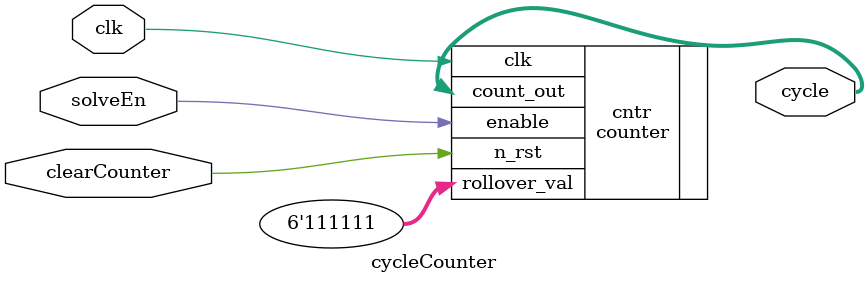
<source format=sv>

module cycleCounter (
		     input wire clk,
		     input wire clearCounter,
		     input wire solveEn,
		     output wire [5:0] cycle
		     );

   counter #(6) cntr(.clk(clk),.n_rst(clearCounter),.enable(solveEn),.rollover_val(6'd63),.count_out(cycle));
   
endmodule // cycleCounter

</source>
